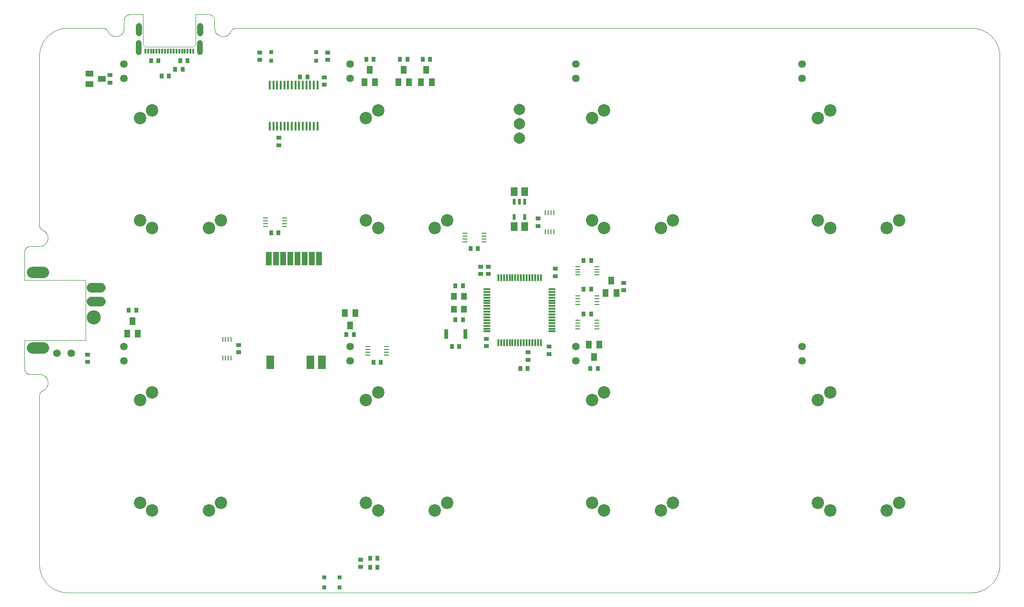
<source format=gts>
G75*
%MOIN*%
%OFA0B0*%
%FSLAX25Y25*%
%IPPOS*%
%LPD*%
%AMOC8*
5,1,8,0,0,1.08239X$1,22.5*
%
%ADD10C,0.00004*%
%ADD11C,0.04331*%
%ADD12C,0.03937*%
%ADD13C,0.00000*%
%ADD14R,0.01181X0.03543*%
%ADD15C,0.08661*%
%ADD16R,0.02756X0.03543*%
%ADD17R,0.01575X0.05906*%
%ADD18R,0.03543X0.02756*%
%ADD19R,0.03937X0.09449*%
%ADD20R,0.05354X0.09449*%
%ADD21R,0.02600X0.02800*%
%ADD22R,0.02362X0.04134*%
%ADD23R,0.05118X0.05906*%
%ADD24R,0.05512X0.03937*%
%ADD25C,0.07874*%
%ADD26R,0.03800X0.01000*%
%ADD27R,0.04700X0.01200*%
%ADD28R,0.01200X0.04700*%
%ADD29R,0.03937X0.05512*%
%ADD30R,0.01000X0.03800*%
%ADD31R,0.04331X0.05118*%
%ADD32R,0.03150X0.06693*%
%ADD33C,0.07874*%
%ADD34C,0.06693*%
%ADD35C,0.09843*%
%ADD36C,0.05315*%
%ADD37R,0.03150X0.03150*%
D10*
X0049138Y0031815D02*
X0049138Y0149467D01*
X0049140Y0149590D01*
X0049146Y0149714D01*
X0049155Y0149837D01*
X0049169Y0149959D01*
X0049186Y0150081D01*
X0049207Y0150203D01*
X0049232Y0150324D01*
X0049261Y0150444D01*
X0049293Y0150563D01*
X0049330Y0150680D01*
X0049370Y0150797D01*
X0049413Y0150913D01*
X0049460Y0151027D01*
X0049511Y0151139D01*
X0049565Y0151250D01*
X0049622Y0151359D01*
X0049683Y0151466D01*
X0049748Y0151572D01*
X0049815Y0151675D01*
X0049886Y0151776D01*
X0049960Y0151875D01*
X0050037Y0151971D01*
X0050117Y0152065D01*
X0050200Y0152156D01*
X0050285Y0152245D01*
X0050374Y0152331D01*
X0050465Y0152414D01*
X0050558Y0152495D01*
X0050654Y0152572D01*
X0050753Y0152646D01*
X0050854Y0152717D01*
X0050956Y0152785D01*
X0051061Y0152850D01*
X0051168Y0152912D01*
X0051277Y0152970D01*
X0051388Y0153024D01*
X0051500Y0153075D01*
X0051639Y0153138D01*
X0051776Y0153204D01*
X0051911Y0153274D01*
X0052045Y0153347D01*
X0052176Y0153423D01*
X0052305Y0153503D01*
X0052433Y0153586D01*
X0052558Y0153673D01*
X0052681Y0153763D01*
X0052801Y0153855D01*
X0052919Y0153951D01*
X0053035Y0154050D01*
X0053148Y0154152D01*
X0053258Y0154257D01*
X0053366Y0154364D01*
X0053471Y0154474D01*
X0053573Y0154587D01*
X0053672Y0154703D01*
X0053768Y0154821D01*
X0053860Y0154941D01*
X0053950Y0155064D01*
X0054037Y0155189D01*
X0054120Y0155316D01*
X0054200Y0155446D01*
X0054277Y0155577D01*
X0054350Y0155710D01*
X0054420Y0155846D01*
X0054486Y0155982D01*
X0054549Y0156121D01*
X0054608Y0156261D01*
X0054664Y0156403D01*
X0054715Y0156546D01*
X0054764Y0156690D01*
X0054808Y0156835D01*
X0054849Y0156982D01*
X0054886Y0157130D01*
X0054919Y0157278D01*
X0054948Y0157427D01*
X0054973Y0157577D01*
X0054995Y0157728D01*
X0055013Y0157879D01*
X0055026Y0158030D01*
X0055036Y0158182D01*
X0055042Y0158334D01*
X0055044Y0158486D01*
X0055042Y0158638D01*
X0055036Y0158790D01*
X0055027Y0158942D01*
X0055013Y0159094D01*
X0054995Y0159245D01*
X0054974Y0159395D01*
X0054949Y0159545D01*
X0054919Y0159695D01*
X0054886Y0159843D01*
X0054850Y0159991D01*
X0054809Y0160137D01*
X0054765Y0160283D01*
X0054717Y0160427D01*
X0054665Y0160570D01*
X0054609Y0160712D01*
X0054550Y0160852D01*
X0054488Y0160991D01*
X0054421Y0161127D01*
X0054352Y0161263D01*
X0054278Y0161396D01*
X0054202Y0161527D01*
X0054122Y0161657D01*
X0054039Y0161784D01*
X0053952Y0161909D01*
X0053862Y0162032D01*
X0053770Y0162153D01*
X0053674Y0162271D01*
X0053575Y0162386D01*
X0053473Y0162499D01*
X0053368Y0162609D01*
X0053261Y0162717D01*
X0053150Y0162822D01*
X0053037Y0162924D01*
X0052922Y0163023D01*
X0052804Y0163119D01*
X0052683Y0163211D01*
X0052561Y0163301D01*
X0052436Y0163388D01*
X0052308Y0163471D01*
X0052179Y0163551D01*
X0052048Y0163628D01*
X0051914Y0163701D01*
X0051779Y0163771D01*
X0051642Y0163837D01*
X0051504Y0163900D01*
X0051363Y0163959D01*
X0051222Y0164014D01*
X0051079Y0164066D01*
X0050934Y0164114D01*
X0050789Y0164159D01*
X0050642Y0164199D01*
X0050495Y0164236D01*
X0050346Y0164269D01*
X0050197Y0164298D01*
X0050047Y0164324D01*
X0049897Y0164345D01*
X0049745Y0164363D01*
X0049594Y0164376D01*
X0049442Y0164386D01*
X0049290Y0164392D01*
X0049138Y0164394D01*
X0042642Y0164394D01*
X0042518Y0164396D01*
X0042395Y0164402D01*
X0042271Y0164411D01*
X0042149Y0164425D01*
X0042026Y0164442D01*
X0041904Y0164464D01*
X0041783Y0164489D01*
X0041663Y0164518D01*
X0041544Y0164550D01*
X0041425Y0164587D01*
X0041308Y0164627D01*
X0041193Y0164670D01*
X0041078Y0164718D01*
X0040966Y0164769D01*
X0040855Y0164823D01*
X0040745Y0164881D01*
X0040638Y0164942D01*
X0040532Y0165007D01*
X0040429Y0165075D01*
X0040328Y0165146D01*
X0040229Y0165220D01*
X0040132Y0165297D01*
X0040038Y0165378D01*
X0039947Y0165461D01*
X0039858Y0165547D01*
X0039772Y0165636D01*
X0039689Y0165727D01*
X0039608Y0165821D01*
X0039531Y0165918D01*
X0039457Y0166017D01*
X0039386Y0166118D01*
X0039318Y0166221D01*
X0039253Y0166327D01*
X0039192Y0166434D01*
X0039134Y0166544D01*
X0039080Y0166655D01*
X0039029Y0166767D01*
X0038981Y0166882D01*
X0038938Y0166997D01*
X0038898Y0167114D01*
X0038861Y0167233D01*
X0038829Y0167352D01*
X0038800Y0167472D01*
X0038775Y0167593D01*
X0038753Y0167715D01*
X0038736Y0167838D01*
X0038722Y0167960D01*
X0038713Y0168084D01*
X0038707Y0168207D01*
X0038705Y0168331D01*
X0038705Y0188016D01*
X0038705Y0229945D02*
X0038705Y0249630D01*
X0038707Y0249754D01*
X0038713Y0249877D01*
X0038722Y0250001D01*
X0038736Y0250123D01*
X0038753Y0250246D01*
X0038775Y0250368D01*
X0038800Y0250489D01*
X0038829Y0250609D01*
X0038861Y0250728D01*
X0038898Y0250847D01*
X0038938Y0250964D01*
X0038981Y0251079D01*
X0039029Y0251194D01*
X0039080Y0251306D01*
X0039134Y0251417D01*
X0039192Y0251527D01*
X0039253Y0251634D01*
X0039318Y0251740D01*
X0039386Y0251843D01*
X0039457Y0251944D01*
X0039531Y0252043D01*
X0039608Y0252140D01*
X0039689Y0252234D01*
X0039772Y0252325D01*
X0039858Y0252414D01*
X0039947Y0252500D01*
X0040038Y0252583D01*
X0040132Y0252664D01*
X0040229Y0252741D01*
X0040328Y0252815D01*
X0040429Y0252886D01*
X0040532Y0252954D01*
X0040638Y0253019D01*
X0040745Y0253080D01*
X0040855Y0253138D01*
X0040966Y0253192D01*
X0041078Y0253243D01*
X0041193Y0253291D01*
X0041308Y0253334D01*
X0041425Y0253374D01*
X0041544Y0253411D01*
X0041663Y0253443D01*
X0041783Y0253472D01*
X0041904Y0253497D01*
X0042026Y0253519D01*
X0042149Y0253536D01*
X0042271Y0253550D01*
X0042395Y0253559D01*
X0042518Y0253565D01*
X0042642Y0253567D01*
X0049138Y0253567D01*
X0049138Y0253566D02*
X0049290Y0253568D01*
X0049442Y0253574D01*
X0049594Y0253584D01*
X0049745Y0253597D01*
X0049897Y0253615D01*
X0050047Y0253636D01*
X0050197Y0253662D01*
X0050346Y0253691D01*
X0050495Y0253724D01*
X0050642Y0253761D01*
X0050789Y0253801D01*
X0050934Y0253846D01*
X0051079Y0253894D01*
X0051222Y0253946D01*
X0051363Y0254001D01*
X0051504Y0254060D01*
X0051642Y0254123D01*
X0051779Y0254189D01*
X0051914Y0254259D01*
X0052048Y0254332D01*
X0052179Y0254409D01*
X0052308Y0254489D01*
X0052436Y0254572D01*
X0052561Y0254659D01*
X0052683Y0254749D01*
X0052804Y0254841D01*
X0052922Y0254937D01*
X0053037Y0255036D01*
X0053150Y0255138D01*
X0053261Y0255243D01*
X0053368Y0255351D01*
X0053473Y0255461D01*
X0053575Y0255574D01*
X0053674Y0255689D01*
X0053770Y0255807D01*
X0053862Y0255928D01*
X0053952Y0256051D01*
X0054039Y0256176D01*
X0054122Y0256303D01*
X0054202Y0256433D01*
X0054278Y0256564D01*
X0054352Y0256697D01*
X0054421Y0256833D01*
X0054488Y0256969D01*
X0054550Y0257108D01*
X0054609Y0257248D01*
X0054665Y0257390D01*
X0054717Y0257533D01*
X0054765Y0257677D01*
X0054809Y0257823D01*
X0054850Y0257969D01*
X0054886Y0258117D01*
X0054919Y0258265D01*
X0054949Y0258415D01*
X0054974Y0258565D01*
X0054995Y0258715D01*
X0055013Y0258866D01*
X0055027Y0259018D01*
X0055036Y0259170D01*
X0055042Y0259322D01*
X0055044Y0259474D01*
X0055042Y0259626D01*
X0055036Y0259778D01*
X0055026Y0259930D01*
X0055013Y0260081D01*
X0054995Y0260232D01*
X0054973Y0260383D01*
X0054948Y0260533D01*
X0054919Y0260682D01*
X0054886Y0260830D01*
X0054849Y0260978D01*
X0054808Y0261125D01*
X0054764Y0261270D01*
X0054715Y0261414D01*
X0054664Y0261557D01*
X0054608Y0261699D01*
X0054549Y0261839D01*
X0054486Y0261978D01*
X0054420Y0262114D01*
X0054350Y0262250D01*
X0054277Y0262383D01*
X0054200Y0262514D01*
X0054120Y0262644D01*
X0054037Y0262771D01*
X0053950Y0262896D01*
X0053860Y0263019D01*
X0053768Y0263139D01*
X0053672Y0263257D01*
X0053573Y0263373D01*
X0053471Y0263486D01*
X0053366Y0263596D01*
X0053258Y0263703D01*
X0053148Y0263808D01*
X0053035Y0263910D01*
X0052919Y0264009D01*
X0052801Y0264105D01*
X0052681Y0264197D01*
X0052558Y0264287D01*
X0052433Y0264374D01*
X0052305Y0264457D01*
X0052176Y0264537D01*
X0052045Y0264613D01*
X0051911Y0264686D01*
X0051776Y0264756D01*
X0051639Y0264822D01*
X0051500Y0264885D01*
X0051388Y0264936D01*
X0051277Y0264990D01*
X0051168Y0265048D01*
X0051061Y0265110D01*
X0050956Y0265175D01*
X0050854Y0265243D01*
X0050753Y0265314D01*
X0050654Y0265388D01*
X0050558Y0265465D01*
X0050465Y0265546D01*
X0050374Y0265629D01*
X0050285Y0265715D01*
X0050200Y0265804D01*
X0050117Y0265895D01*
X0050037Y0265989D01*
X0049960Y0266085D01*
X0049886Y0266184D01*
X0049815Y0266285D01*
X0049748Y0266388D01*
X0049683Y0266494D01*
X0049622Y0266601D01*
X0049565Y0266710D01*
X0049511Y0266821D01*
X0049460Y0266933D01*
X0049413Y0267047D01*
X0049370Y0267163D01*
X0049330Y0267280D01*
X0049293Y0267397D01*
X0049261Y0267516D01*
X0049232Y0267636D01*
X0049207Y0267757D01*
X0049186Y0267879D01*
X0049169Y0268001D01*
X0049155Y0268123D01*
X0049146Y0268246D01*
X0049140Y0268370D01*
X0049138Y0268493D01*
X0049138Y0386146D01*
X0049144Y0386622D01*
X0049161Y0387097D01*
X0049190Y0387572D01*
X0049230Y0388046D01*
X0049282Y0388519D01*
X0049345Y0388990D01*
X0049419Y0389460D01*
X0049505Y0389928D01*
X0049602Y0390394D01*
X0049710Y0390857D01*
X0049829Y0391317D01*
X0049960Y0391775D01*
X0050101Y0392229D01*
X0050254Y0392680D01*
X0050417Y0393126D01*
X0050591Y0393569D01*
X0050776Y0394007D01*
X0050971Y0394441D01*
X0051177Y0394870D01*
X0051393Y0395294D01*
X0051619Y0395713D01*
X0051855Y0396126D01*
X0052101Y0396533D01*
X0052357Y0396934D01*
X0052623Y0397328D01*
X0052898Y0397717D01*
X0053182Y0398098D01*
X0053475Y0398472D01*
X0053777Y0398840D01*
X0054089Y0399200D01*
X0054408Y0399552D01*
X0054736Y0399896D01*
X0055073Y0400233D01*
X0055417Y0400561D01*
X0055769Y0400880D01*
X0056129Y0401192D01*
X0056497Y0401494D01*
X0056871Y0401787D01*
X0057252Y0402071D01*
X0057641Y0402346D01*
X0058035Y0402612D01*
X0058436Y0402868D01*
X0058843Y0403114D01*
X0059256Y0403350D01*
X0059675Y0403576D01*
X0060099Y0403792D01*
X0060528Y0403998D01*
X0060962Y0404193D01*
X0061400Y0404378D01*
X0061843Y0404552D01*
X0062289Y0404715D01*
X0062740Y0404868D01*
X0063194Y0405009D01*
X0063652Y0405140D01*
X0064112Y0405259D01*
X0064575Y0405367D01*
X0065041Y0405464D01*
X0065509Y0405550D01*
X0065979Y0405624D01*
X0066450Y0405687D01*
X0066923Y0405739D01*
X0067397Y0405779D01*
X0067872Y0405808D01*
X0068347Y0405825D01*
X0068823Y0405831D01*
X0093267Y0405831D01*
X0093390Y0405829D01*
X0093514Y0405823D01*
X0093637Y0405814D01*
X0093759Y0405800D01*
X0093881Y0405783D01*
X0094003Y0405762D01*
X0094124Y0405737D01*
X0094244Y0405708D01*
X0094363Y0405676D01*
X0094480Y0405639D01*
X0094597Y0405599D01*
X0094713Y0405556D01*
X0094827Y0405509D01*
X0094939Y0405458D01*
X0095050Y0405404D01*
X0095159Y0405347D01*
X0095266Y0405286D01*
X0095372Y0405221D01*
X0095475Y0405154D01*
X0095576Y0405083D01*
X0095675Y0405009D01*
X0095771Y0404932D01*
X0095865Y0404852D01*
X0095956Y0404769D01*
X0096045Y0404684D01*
X0096131Y0404595D01*
X0096214Y0404504D01*
X0096295Y0404411D01*
X0096372Y0404315D01*
X0096446Y0404216D01*
X0096517Y0404115D01*
X0096585Y0404013D01*
X0096650Y0403908D01*
X0096712Y0403801D01*
X0096770Y0403692D01*
X0096824Y0403581D01*
X0096875Y0403469D01*
X0096874Y0403469D02*
X0096937Y0403330D01*
X0097003Y0403193D01*
X0097073Y0403058D01*
X0097146Y0402924D01*
X0097222Y0402793D01*
X0097302Y0402664D01*
X0097385Y0402536D01*
X0097472Y0402411D01*
X0097562Y0402288D01*
X0097654Y0402168D01*
X0097750Y0402050D01*
X0097849Y0401934D01*
X0097951Y0401821D01*
X0098056Y0401711D01*
X0098163Y0401603D01*
X0098273Y0401498D01*
X0098386Y0401396D01*
X0098502Y0401297D01*
X0098620Y0401201D01*
X0098740Y0401109D01*
X0098863Y0401019D01*
X0098988Y0400932D01*
X0099115Y0400849D01*
X0099245Y0400769D01*
X0099376Y0400692D01*
X0099509Y0400619D01*
X0099645Y0400549D01*
X0099781Y0400483D01*
X0099920Y0400420D01*
X0100060Y0400361D01*
X0100202Y0400305D01*
X0100345Y0400254D01*
X0100489Y0400205D01*
X0100634Y0400161D01*
X0100781Y0400120D01*
X0100929Y0400083D01*
X0101077Y0400050D01*
X0101226Y0400021D01*
X0101376Y0399996D01*
X0101527Y0399974D01*
X0101678Y0399956D01*
X0101829Y0399943D01*
X0101981Y0399933D01*
X0102133Y0399927D01*
X0102285Y0399925D01*
X0102437Y0399927D01*
X0102589Y0399933D01*
X0102741Y0399942D01*
X0102893Y0399956D01*
X0103044Y0399974D01*
X0103194Y0399995D01*
X0103344Y0400020D01*
X0103494Y0400050D01*
X0103642Y0400083D01*
X0103790Y0400119D01*
X0103936Y0400160D01*
X0104082Y0400204D01*
X0104226Y0400252D01*
X0104369Y0400304D01*
X0104511Y0400360D01*
X0104651Y0400419D01*
X0104790Y0400481D01*
X0104926Y0400548D01*
X0105062Y0400617D01*
X0105195Y0400691D01*
X0105326Y0400767D01*
X0105456Y0400847D01*
X0105583Y0400930D01*
X0105708Y0401017D01*
X0105831Y0401107D01*
X0105952Y0401199D01*
X0106070Y0401295D01*
X0106185Y0401394D01*
X0106298Y0401496D01*
X0106408Y0401601D01*
X0106516Y0401708D01*
X0106621Y0401819D01*
X0106723Y0401932D01*
X0106822Y0402047D01*
X0106918Y0402165D01*
X0107010Y0402286D01*
X0107100Y0402408D01*
X0107187Y0402533D01*
X0107270Y0402661D01*
X0107350Y0402790D01*
X0107427Y0402921D01*
X0107500Y0403055D01*
X0107570Y0403190D01*
X0107636Y0403327D01*
X0107699Y0403465D01*
X0107758Y0403606D01*
X0107813Y0403747D01*
X0107865Y0403890D01*
X0107913Y0404035D01*
X0107958Y0404180D01*
X0107998Y0404327D01*
X0108035Y0404474D01*
X0108068Y0404623D01*
X0108097Y0404772D01*
X0108123Y0404922D01*
X0108144Y0405072D01*
X0108162Y0405224D01*
X0108175Y0405375D01*
X0108185Y0405527D01*
X0108191Y0405679D01*
X0108193Y0405831D01*
X0108193Y0411343D01*
X0108195Y0411467D01*
X0108201Y0411590D01*
X0108210Y0411714D01*
X0108224Y0411836D01*
X0108241Y0411959D01*
X0108263Y0412081D01*
X0108288Y0412202D01*
X0108317Y0412322D01*
X0108349Y0412441D01*
X0108386Y0412560D01*
X0108426Y0412677D01*
X0108469Y0412792D01*
X0108517Y0412907D01*
X0108568Y0413019D01*
X0108622Y0413130D01*
X0108680Y0413240D01*
X0108741Y0413347D01*
X0108806Y0413453D01*
X0108874Y0413556D01*
X0108945Y0413657D01*
X0109019Y0413756D01*
X0109096Y0413853D01*
X0109177Y0413947D01*
X0109260Y0414038D01*
X0109346Y0414127D01*
X0109435Y0414213D01*
X0109526Y0414296D01*
X0109620Y0414377D01*
X0109717Y0414454D01*
X0109816Y0414528D01*
X0109917Y0414599D01*
X0110020Y0414667D01*
X0110126Y0414732D01*
X0110233Y0414793D01*
X0110343Y0414851D01*
X0110454Y0414905D01*
X0110566Y0414956D01*
X0110681Y0415004D01*
X0110796Y0415047D01*
X0110913Y0415087D01*
X0111032Y0415124D01*
X0111151Y0415156D01*
X0111271Y0415185D01*
X0111392Y0415210D01*
X0111514Y0415232D01*
X0111637Y0415249D01*
X0111759Y0415263D01*
X0111883Y0415272D01*
X0112006Y0415278D01*
X0112130Y0415280D01*
X0121283Y0415280D01*
X0158094Y0415280D02*
X0167248Y0415280D01*
X0167372Y0415278D01*
X0167495Y0415272D01*
X0167619Y0415263D01*
X0167741Y0415249D01*
X0167864Y0415232D01*
X0167986Y0415210D01*
X0168107Y0415185D01*
X0168227Y0415156D01*
X0168346Y0415124D01*
X0168465Y0415087D01*
X0168582Y0415047D01*
X0168697Y0415004D01*
X0168812Y0414956D01*
X0168924Y0414905D01*
X0169035Y0414851D01*
X0169145Y0414793D01*
X0169252Y0414732D01*
X0169358Y0414667D01*
X0169461Y0414599D01*
X0169562Y0414528D01*
X0169661Y0414454D01*
X0169758Y0414377D01*
X0169852Y0414296D01*
X0169943Y0414213D01*
X0170032Y0414127D01*
X0170118Y0414038D01*
X0170201Y0413947D01*
X0170282Y0413853D01*
X0170359Y0413756D01*
X0170433Y0413657D01*
X0170504Y0413556D01*
X0170572Y0413453D01*
X0170637Y0413347D01*
X0170698Y0413240D01*
X0170756Y0413130D01*
X0170810Y0413019D01*
X0170861Y0412907D01*
X0170909Y0412792D01*
X0170952Y0412677D01*
X0170992Y0412560D01*
X0171029Y0412441D01*
X0171061Y0412322D01*
X0171090Y0412202D01*
X0171115Y0412081D01*
X0171137Y0411959D01*
X0171154Y0411836D01*
X0171168Y0411714D01*
X0171177Y0411590D01*
X0171183Y0411467D01*
X0171185Y0411343D01*
X0171185Y0405831D01*
X0171187Y0405679D01*
X0171193Y0405527D01*
X0171203Y0405375D01*
X0171216Y0405224D01*
X0171234Y0405072D01*
X0171255Y0404922D01*
X0171281Y0404772D01*
X0171310Y0404623D01*
X0171343Y0404474D01*
X0171380Y0404327D01*
X0171420Y0404180D01*
X0171465Y0404035D01*
X0171513Y0403890D01*
X0171565Y0403747D01*
X0171620Y0403606D01*
X0171679Y0403465D01*
X0171742Y0403327D01*
X0171808Y0403190D01*
X0171878Y0403055D01*
X0171951Y0402921D01*
X0172028Y0402790D01*
X0172108Y0402661D01*
X0172191Y0402533D01*
X0172278Y0402408D01*
X0172368Y0402286D01*
X0172460Y0402165D01*
X0172556Y0402047D01*
X0172655Y0401932D01*
X0172757Y0401819D01*
X0172862Y0401708D01*
X0172970Y0401601D01*
X0173080Y0401496D01*
X0173193Y0401394D01*
X0173308Y0401295D01*
X0173426Y0401199D01*
X0173547Y0401107D01*
X0173670Y0401017D01*
X0173795Y0400930D01*
X0173922Y0400847D01*
X0174052Y0400767D01*
X0174183Y0400691D01*
X0174316Y0400617D01*
X0174452Y0400548D01*
X0174588Y0400481D01*
X0174727Y0400419D01*
X0174867Y0400360D01*
X0175009Y0400304D01*
X0175152Y0400252D01*
X0175296Y0400204D01*
X0175442Y0400160D01*
X0175588Y0400119D01*
X0175736Y0400083D01*
X0175884Y0400050D01*
X0176034Y0400020D01*
X0176184Y0399995D01*
X0176334Y0399974D01*
X0176485Y0399956D01*
X0176637Y0399942D01*
X0176789Y0399933D01*
X0176941Y0399927D01*
X0177093Y0399925D01*
X0177245Y0399927D01*
X0177397Y0399933D01*
X0177549Y0399943D01*
X0177700Y0399956D01*
X0177851Y0399974D01*
X0178002Y0399996D01*
X0178152Y0400021D01*
X0178301Y0400050D01*
X0178449Y0400083D01*
X0178597Y0400120D01*
X0178744Y0400161D01*
X0178889Y0400205D01*
X0179033Y0400254D01*
X0179176Y0400305D01*
X0179318Y0400361D01*
X0179458Y0400420D01*
X0179597Y0400483D01*
X0179733Y0400549D01*
X0179869Y0400619D01*
X0180002Y0400692D01*
X0180133Y0400769D01*
X0180263Y0400849D01*
X0180390Y0400932D01*
X0180515Y0401019D01*
X0180638Y0401109D01*
X0180758Y0401201D01*
X0180876Y0401297D01*
X0180992Y0401396D01*
X0181105Y0401498D01*
X0181215Y0401603D01*
X0181322Y0401711D01*
X0181427Y0401821D01*
X0181529Y0401934D01*
X0181628Y0402050D01*
X0181724Y0402168D01*
X0181816Y0402288D01*
X0181906Y0402411D01*
X0181993Y0402536D01*
X0182076Y0402664D01*
X0182156Y0402793D01*
X0182232Y0402924D01*
X0182305Y0403058D01*
X0182375Y0403193D01*
X0182441Y0403330D01*
X0182504Y0403469D01*
X0182503Y0403469D02*
X0182554Y0403581D01*
X0182608Y0403692D01*
X0182666Y0403801D01*
X0182728Y0403908D01*
X0182793Y0404013D01*
X0182861Y0404115D01*
X0182932Y0404216D01*
X0183006Y0404315D01*
X0183083Y0404411D01*
X0183164Y0404504D01*
X0183247Y0404595D01*
X0183333Y0404684D01*
X0183422Y0404769D01*
X0183513Y0404852D01*
X0183607Y0404932D01*
X0183703Y0405009D01*
X0183802Y0405083D01*
X0183903Y0405154D01*
X0184006Y0405221D01*
X0184112Y0405286D01*
X0184219Y0405347D01*
X0184328Y0405404D01*
X0184439Y0405458D01*
X0184551Y0405509D01*
X0184665Y0405556D01*
X0184781Y0405599D01*
X0184898Y0405639D01*
X0185015Y0405676D01*
X0185134Y0405708D01*
X0185254Y0405737D01*
X0185375Y0405762D01*
X0185497Y0405783D01*
X0185619Y0405800D01*
X0185741Y0405814D01*
X0185864Y0405823D01*
X0185988Y0405829D01*
X0186111Y0405831D01*
X0698744Y0405831D01*
X0699220Y0405825D01*
X0699695Y0405808D01*
X0700170Y0405779D01*
X0700644Y0405739D01*
X0701117Y0405687D01*
X0701588Y0405624D01*
X0702058Y0405550D01*
X0702526Y0405464D01*
X0702992Y0405367D01*
X0703455Y0405259D01*
X0703915Y0405140D01*
X0704373Y0405009D01*
X0704827Y0404868D01*
X0705278Y0404715D01*
X0705724Y0404552D01*
X0706167Y0404378D01*
X0706605Y0404193D01*
X0707039Y0403998D01*
X0707468Y0403792D01*
X0707892Y0403576D01*
X0708311Y0403350D01*
X0708724Y0403114D01*
X0709131Y0402868D01*
X0709532Y0402612D01*
X0709926Y0402346D01*
X0710315Y0402071D01*
X0710696Y0401787D01*
X0711070Y0401494D01*
X0711438Y0401192D01*
X0711798Y0400880D01*
X0712150Y0400561D01*
X0712494Y0400233D01*
X0712831Y0399896D01*
X0713159Y0399552D01*
X0713478Y0399200D01*
X0713790Y0398840D01*
X0714092Y0398472D01*
X0714385Y0398098D01*
X0714669Y0397717D01*
X0714944Y0397328D01*
X0715210Y0396934D01*
X0715466Y0396533D01*
X0715712Y0396126D01*
X0715948Y0395713D01*
X0716174Y0395294D01*
X0716390Y0394870D01*
X0716596Y0394441D01*
X0716791Y0394007D01*
X0716976Y0393569D01*
X0717150Y0393126D01*
X0717313Y0392680D01*
X0717466Y0392229D01*
X0717607Y0391775D01*
X0717738Y0391317D01*
X0717857Y0390857D01*
X0717965Y0390394D01*
X0718062Y0389928D01*
X0718148Y0389460D01*
X0718222Y0388990D01*
X0718285Y0388519D01*
X0718337Y0388046D01*
X0718377Y0387572D01*
X0718406Y0387097D01*
X0718423Y0386622D01*
X0718429Y0386146D01*
X0718429Y0031815D01*
X0718423Y0031339D01*
X0718406Y0030864D01*
X0718377Y0030389D01*
X0718337Y0029915D01*
X0718285Y0029442D01*
X0718222Y0028971D01*
X0718148Y0028501D01*
X0718062Y0028033D01*
X0717965Y0027567D01*
X0717857Y0027104D01*
X0717738Y0026644D01*
X0717607Y0026186D01*
X0717466Y0025732D01*
X0717313Y0025281D01*
X0717150Y0024835D01*
X0716976Y0024392D01*
X0716791Y0023954D01*
X0716596Y0023520D01*
X0716390Y0023091D01*
X0716174Y0022667D01*
X0715948Y0022248D01*
X0715712Y0021835D01*
X0715466Y0021428D01*
X0715210Y0021027D01*
X0714944Y0020633D01*
X0714669Y0020244D01*
X0714385Y0019863D01*
X0714092Y0019489D01*
X0713790Y0019121D01*
X0713478Y0018761D01*
X0713159Y0018409D01*
X0712831Y0018065D01*
X0712494Y0017728D01*
X0712150Y0017400D01*
X0711798Y0017081D01*
X0711438Y0016769D01*
X0711070Y0016467D01*
X0710696Y0016174D01*
X0710315Y0015890D01*
X0709926Y0015615D01*
X0709532Y0015349D01*
X0709131Y0015093D01*
X0708724Y0014847D01*
X0708311Y0014611D01*
X0707892Y0014385D01*
X0707468Y0014169D01*
X0707039Y0013963D01*
X0706605Y0013768D01*
X0706167Y0013583D01*
X0705724Y0013409D01*
X0705278Y0013246D01*
X0704827Y0013093D01*
X0704373Y0012952D01*
X0703915Y0012821D01*
X0703455Y0012702D01*
X0702992Y0012594D01*
X0702526Y0012497D01*
X0702058Y0012411D01*
X0701588Y0012337D01*
X0701117Y0012274D01*
X0700644Y0012222D01*
X0700170Y0012182D01*
X0699695Y0012153D01*
X0699220Y0012136D01*
X0698744Y0012130D01*
X0068823Y0012130D01*
X0068347Y0012136D01*
X0067872Y0012153D01*
X0067397Y0012182D01*
X0066923Y0012222D01*
X0066450Y0012274D01*
X0065979Y0012337D01*
X0065509Y0012411D01*
X0065041Y0012497D01*
X0064575Y0012594D01*
X0064112Y0012702D01*
X0063652Y0012821D01*
X0063194Y0012952D01*
X0062740Y0013093D01*
X0062289Y0013246D01*
X0061843Y0013409D01*
X0061400Y0013583D01*
X0060962Y0013768D01*
X0060528Y0013963D01*
X0060099Y0014169D01*
X0059675Y0014385D01*
X0059256Y0014611D01*
X0058843Y0014847D01*
X0058436Y0015093D01*
X0058035Y0015349D01*
X0057641Y0015615D01*
X0057252Y0015890D01*
X0056871Y0016174D01*
X0056497Y0016467D01*
X0056129Y0016769D01*
X0055769Y0017081D01*
X0055417Y0017400D01*
X0055073Y0017728D01*
X0054736Y0018065D01*
X0054408Y0018409D01*
X0054089Y0018761D01*
X0053777Y0019121D01*
X0053475Y0019489D01*
X0053182Y0019863D01*
X0052898Y0020244D01*
X0052623Y0020633D01*
X0052357Y0021027D01*
X0052101Y0021428D01*
X0051855Y0021835D01*
X0051619Y0022248D01*
X0051393Y0022667D01*
X0051177Y0023091D01*
X0050971Y0023520D01*
X0050776Y0023954D01*
X0050591Y0024392D01*
X0050417Y0024835D01*
X0050254Y0025281D01*
X0050101Y0025732D01*
X0049960Y0026186D01*
X0049829Y0026644D01*
X0049710Y0027104D01*
X0049602Y0027567D01*
X0049505Y0028033D01*
X0049419Y0028501D01*
X0049345Y0028971D01*
X0049282Y0029442D01*
X0049230Y0029915D01*
X0049190Y0030389D01*
X0049161Y0030864D01*
X0049144Y0031339D01*
X0049138Y0031815D01*
D11*
X0118429Y0402406D02*
X0118429Y0406736D01*
X0118429Y0407524D02*
X0118429Y0403193D01*
X0160949Y0403193D02*
X0160949Y0407524D01*
X0160949Y0406736D02*
X0160949Y0402406D01*
D12*
X0160949Y0395299D02*
X0160949Y0391362D01*
X0160949Y0393134D02*
X0160949Y0389197D01*
X0118429Y0389197D02*
X0118429Y0393134D01*
X0118429Y0391362D02*
X0118429Y0395299D01*
D13*
X0121283Y0394433D02*
X0122957Y0392760D01*
X0156421Y0392760D01*
X0158094Y0394433D01*
X0158094Y0415280D01*
X0159374Y0415280D01*
X0121283Y0415280D02*
X0121283Y0394433D01*
X0121283Y0415280D02*
X0120004Y0415280D01*
X0038705Y0241756D02*
X0038705Y0229945D01*
X0081224Y0229945D01*
X0081224Y0188016D01*
X0038705Y0188016D01*
X0038705Y0176205D01*
D14*
X0122957Y0389807D03*
X0124925Y0389807D03*
X0126894Y0389807D03*
X0128862Y0389807D03*
X0130831Y0389807D03*
X0132799Y0389807D03*
X0134768Y0389807D03*
X0136736Y0389807D03*
X0138705Y0389807D03*
X0140673Y0389807D03*
X0142642Y0389807D03*
X0144610Y0389807D03*
X0146579Y0389807D03*
X0148547Y0389807D03*
X0150516Y0389807D03*
X0152484Y0389807D03*
X0154453Y0389807D03*
X0156421Y0389807D03*
D15*
X0127811Y0348451D03*
X0119330Y0343152D03*
X0119330Y0271659D03*
X0127811Y0266360D03*
X0167315Y0266360D03*
X0175796Y0271659D03*
X0276811Y0271659D03*
X0285291Y0266360D03*
X0324795Y0266360D03*
X0333276Y0271659D03*
X0434291Y0271659D03*
X0442771Y0266360D03*
X0482276Y0266360D03*
X0490756Y0271659D03*
X0591771Y0271659D03*
X0600252Y0266360D03*
X0639756Y0266360D03*
X0648237Y0271659D03*
X0591771Y0343152D03*
X0600252Y0348451D03*
X0442771Y0348451D03*
X0434291Y0343152D03*
X0285291Y0348451D03*
X0276811Y0343152D03*
X0285291Y0151601D03*
X0276811Y0146301D03*
X0276811Y0074809D03*
X0285291Y0069510D03*
X0324795Y0069510D03*
X0333276Y0074809D03*
X0434291Y0074809D03*
X0442771Y0069510D03*
X0482276Y0069510D03*
X0490756Y0074809D03*
X0591771Y0074809D03*
X0600252Y0069510D03*
X0639756Y0069510D03*
X0648237Y0074809D03*
X0591771Y0146301D03*
X0600252Y0151601D03*
X0442771Y0151601D03*
X0434291Y0146301D03*
X0175796Y0074809D03*
X0167315Y0069510D03*
X0127811Y0069510D03*
X0119330Y0074809D03*
X0119330Y0146301D03*
X0127811Y0151601D03*
D16*
X0116657Y0208980D03*
X0111539Y0208980D03*
X0210752Y0262917D03*
X0215870Y0262917D03*
X0263114Y0192051D03*
X0268232Y0192051D03*
X0282012Y0172760D03*
X0287130Y0172760D03*
X0336736Y0183783D03*
X0341854Y0183783D03*
X0344217Y0202287D03*
X0339098Y0202287D03*
X0339098Y0225909D03*
X0344217Y0225909D03*
X0349728Y0251894D03*
X0354846Y0251894D03*
X0428469Y0243626D03*
X0433587Y0243626D03*
X0433587Y0223547D03*
X0428469Y0223547D03*
X0428469Y0206224D03*
X0433587Y0206224D03*
X0433193Y0168429D03*
X0438311Y0168429D03*
X0389492Y0168429D03*
X0384374Y0168429D03*
X0284768Y0036146D03*
X0279650Y0036146D03*
X0279650Y0029846D03*
X0284768Y0029846D03*
X0235949Y0371579D03*
X0230831Y0371579D03*
X0276894Y0384177D03*
X0282012Y0384177D03*
X0300516Y0384177D03*
X0305634Y0384177D03*
X0316264Y0384177D03*
X0321382Y0384177D03*
X0152484Y0382996D03*
X0147366Y0382996D03*
X0148941Y0377091D03*
X0143823Y0377091D03*
X0139492Y0372366D03*
X0134374Y0372366D03*
X0132012Y0382996D03*
X0126894Y0382996D03*
D17*
X0209669Y0365969D03*
X0212228Y0365969D03*
X0214787Y0365969D03*
X0217346Y0365969D03*
X0219906Y0365969D03*
X0222465Y0365969D03*
X0225024Y0365969D03*
X0227583Y0365969D03*
X0230142Y0365969D03*
X0232701Y0365969D03*
X0235260Y0365969D03*
X0237819Y0365969D03*
X0240378Y0365969D03*
X0242937Y0365969D03*
X0242937Y0337425D03*
X0240378Y0337425D03*
X0237819Y0337425D03*
X0235260Y0337425D03*
X0232701Y0337425D03*
X0230142Y0337425D03*
X0227583Y0337425D03*
X0225024Y0337425D03*
X0222465Y0337425D03*
X0219906Y0337425D03*
X0217346Y0337425D03*
X0214787Y0337425D03*
X0212228Y0337425D03*
X0209669Y0337425D03*
D18*
X0216067Y0329256D03*
X0216067Y0324138D03*
X0247563Y0366264D03*
X0247563Y0371382D03*
X0249925Y0383587D03*
X0249925Y0388705D03*
X0202681Y0388705D03*
X0202681Y0383587D03*
X0098350Y0372957D03*
X0098350Y0367839D03*
X0356618Y0239492D03*
X0356618Y0234374D03*
X0362130Y0234374D03*
X0362130Y0239492D03*
X0396776Y0267839D03*
X0396776Y0272957D03*
X0408587Y0237917D03*
X0408587Y0232799D03*
X0456224Y0228075D03*
X0456224Y0222957D03*
X0404256Y0183587D03*
X0404256Y0178469D03*
X0389689Y0179650D03*
X0389689Y0174531D03*
X0360555Y0183980D03*
X0360555Y0189098D03*
X0188114Y0184768D03*
X0188114Y0179650D03*
X0082602Y0178075D03*
X0082602Y0172957D03*
X0273154Y0035161D03*
X0273154Y0030043D03*
D19*
X0244059Y0245102D03*
X0239059Y0245102D03*
X0234059Y0245102D03*
X0229059Y0245102D03*
X0224059Y0245102D03*
X0219059Y0245102D03*
X0214059Y0245102D03*
X0209059Y0245102D03*
D20*
X0209886Y0172858D03*
X0238035Y0172858D03*
X0245909Y0172858D03*
D21*
X0247775Y0022567D03*
X0247775Y0015867D03*
X0258375Y0015867D03*
X0258375Y0022567D03*
D22*
X0380043Y0274138D03*
X0387524Y0274138D03*
X0387524Y0284768D03*
X0383783Y0284768D03*
X0380043Y0284768D03*
D23*
X0380043Y0291657D03*
X0387524Y0291657D03*
X0387524Y0267248D03*
X0380043Y0267248D03*
D24*
X0092839Y0370398D03*
X0084177Y0374138D03*
X0084177Y0366657D03*
D25*
X0383783Y0348902D03*
X0383783Y0338902D03*
X0383783Y0328902D03*
D26*
X0358887Y0262720D03*
X0358887Y0260752D03*
X0358887Y0258783D03*
X0358887Y0256815D03*
X0345687Y0256815D03*
X0345687Y0258783D03*
X0345687Y0260752D03*
X0345687Y0262720D03*
X0424428Y0239492D03*
X0424428Y0237524D03*
X0424428Y0235555D03*
X0424428Y0233587D03*
X0437628Y0233587D03*
X0437628Y0235555D03*
X0437628Y0237524D03*
X0437628Y0239492D03*
X0437628Y0219020D03*
X0437628Y0217051D03*
X0437628Y0215083D03*
X0437628Y0213114D03*
X0424428Y0213114D03*
X0424428Y0215083D03*
X0424428Y0217051D03*
X0424428Y0219020D03*
X0424428Y0202091D03*
X0424428Y0200122D03*
X0424428Y0198154D03*
X0424428Y0196185D03*
X0437628Y0196185D03*
X0437628Y0198154D03*
X0437628Y0200122D03*
X0437628Y0202091D03*
X0291171Y0183587D03*
X0291171Y0181618D03*
X0291171Y0179650D03*
X0291171Y0177681D03*
X0277971Y0177681D03*
X0277971Y0179650D03*
X0277971Y0181618D03*
X0277971Y0183587D03*
X0219911Y0267445D03*
X0219911Y0269413D03*
X0219911Y0271382D03*
X0219911Y0273350D03*
X0206711Y0273350D03*
X0206711Y0271382D03*
X0206711Y0269413D03*
X0206711Y0267445D03*
D27*
X0361146Y0223744D03*
X0361146Y0221776D03*
X0361146Y0219807D03*
X0361146Y0217839D03*
X0361146Y0215870D03*
X0361146Y0213902D03*
X0361146Y0211933D03*
X0361146Y0209965D03*
X0361146Y0207996D03*
X0361146Y0206028D03*
X0361146Y0204059D03*
X0361146Y0202091D03*
X0361146Y0200122D03*
X0361146Y0198154D03*
X0361146Y0196185D03*
X0361146Y0194217D03*
X0406421Y0194217D03*
X0406421Y0196185D03*
X0406421Y0198154D03*
X0406421Y0200122D03*
X0406421Y0202091D03*
X0406421Y0204059D03*
X0406421Y0206028D03*
X0406421Y0207996D03*
X0406421Y0209965D03*
X0406421Y0211933D03*
X0406421Y0213902D03*
X0406421Y0215870D03*
X0406421Y0217839D03*
X0406421Y0219807D03*
X0406421Y0221776D03*
X0406421Y0223744D03*
D28*
X0398547Y0231618D03*
X0396579Y0231618D03*
X0394610Y0231618D03*
X0392642Y0231618D03*
X0390673Y0231618D03*
X0388705Y0231618D03*
X0386736Y0231618D03*
X0384768Y0231618D03*
X0382799Y0231618D03*
X0380831Y0231618D03*
X0378862Y0231618D03*
X0376894Y0231618D03*
X0374925Y0231618D03*
X0372957Y0231618D03*
X0370988Y0231618D03*
X0369020Y0231618D03*
X0369020Y0186343D03*
X0370988Y0186343D03*
X0372957Y0186343D03*
X0374925Y0186343D03*
X0376894Y0186343D03*
X0378862Y0186343D03*
X0380831Y0186343D03*
X0382799Y0186343D03*
X0384768Y0186343D03*
X0386736Y0186343D03*
X0388705Y0186343D03*
X0390673Y0186343D03*
X0392642Y0186343D03*
X0394610Y0186343D03*
X0396579Y0186343D03*
X0398547Y0186343D03*
D29*
X0432012Y0184965D03*
X0439492Y0184965D03*
X0435752Y0176303D03*
X0443823Y0221185D03*
X0451303Y0221185D03*
X0447563Y0229846D03*
X0269413Y0207012D03*
X0261933Y0207012D03*
X0265673Y0198350D03*
X0117839Y0192839D03*
X0110358Y0192839D03*
X0114098Y0201500D03*
X0275713Y0368035D03*
X0283193Y0368035D03*
X0279453Y0376697D03*
X0299335Y0368035D03*
X0306815Y0368035D03*
X0315083Y0368035D03*
X0322563Y0368035D03*
X0318823Y0376697D03*
X0303075Y0376697D03*
D30*
X0401697Y0276998D03*
X0403665Y0276998D03*
X0405634Y0276998D03*
X0407602Y0276998D03*
X0407602Y0263798D03*
X0405634Y0263798D03*
X0403665Y0263798D03*
X0401697Y0263798D03*
X0182799Y0188809D03*
X0180831Y0188809D03*
X0178862Y0188809D03*
X0176894Y0188809D03*
X0176894Y0175609D03*
X0178862Y0175609D03*
X0180831Y0175609D03*
X0182799Y0175609D03*
D31*
X0338114Y0209571D03*
X0345201Y0209571D03*
X0345201Y0218626D03*
X0338114Y0218626D03*
D32*
X0332595Y0192445D03*
X0345995Y0192445D03*
D33*
X0052091Y0182602D02*
X0044217Y0182602D01*
X0044217Y0235358D02*
X0052091Y0235358D01*
D34*
X0085358Y0224748D02*
X0092051Y0224748D01*
X0092051Y0215102D02*
X0085358Y0215102D01*
D35*
X0086933Y0204079D03*
D36*
X0108193Y0183746D03*
X0108193Y0173746D03*
X0071264Y0179157D03*
X0061264Y0179157D03*
X0265673Y0183746D03*
X0265673Y0173746D03*
X0423154Y0173746D03*
X0423154Y0183746D03*
X0580634Y0183746D03*
X0580634Y0173746D03*
X0580634Y0370596D03*
X0580634Y0380596D03*
X0423154Y0380596D03*
X0423154Y0370596D03*
X0265673Y0370596D03*
X0265673Y0380596D03*
X0108193Y0380596D03*
X0108193Y0370596D03*
D37*
X0210555Y0383193D03*
X0210555Y0389098D03*
X0242051Y0389098D03*
X0242051Y0383193D03*
M02*

</source>
